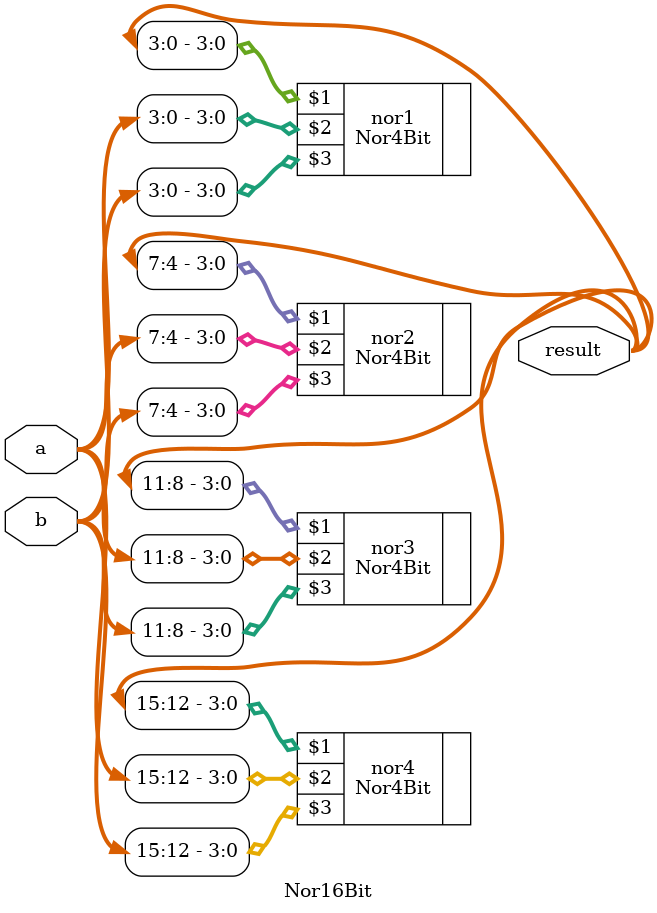
<source format=v>
module Nor16Bit(output[15:0] result,
					input[15:0] a, 
					input[15:0] b);

	Nor4Bit nor1(result[3:0], a[3:0], b[3:0]);
	Nor4Bit nor2(result[7:4], a[7:4], b[7:4]);
	Nor4Bit nor3(result[11:8], a[11:8], b[11:8]);
	Nor4Bit nor4(result[15:12], a[15:12], b[15:12]);

endmodule 
</source>
